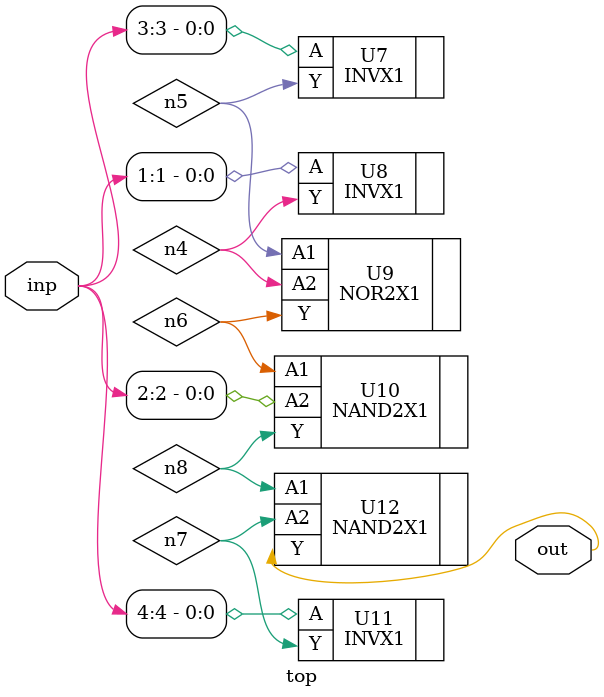
<source format=sv>


module top ( inp, out );
  input [4:0] inp;
  output out;
  wire   n4, n5, n6, n7, n8;

  INVX1 U7 ( .A(inp[3]), .Y(n5) );
  INVX1 U8 ( .A(inp[1]), .Y(n4) );
  NOR2X1 U9 ( .A1(n5), .A2(n4), .Y(n6) );
  NAND2X1 U10 ( .A1(n6), .A2(inp[2]), .Y(n8) );
  INVX1 U11 ( .A(inp[4]), .Y(n7) );
  NAND2X1 U12 ( .A1(n8), .A2(n7), .Y(out) );
endmodule


</source>
